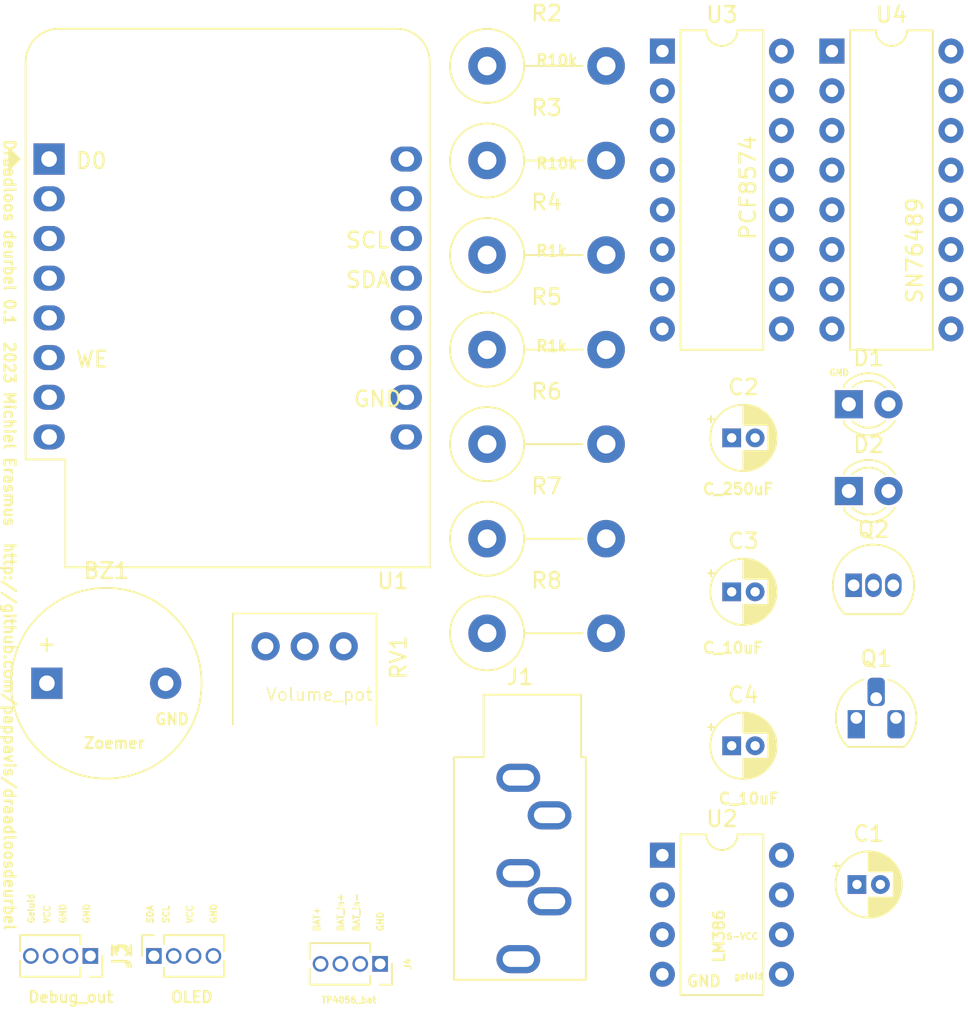
<source format=kicad_pcb>
(kicad_pcb (version 20221018) (generator pcbnew)
  (title_block (title "Deurbel test") (date "2023-03-28"))
  (layers (0 "F.Cu" signal) (31 "B.Cu" signal) (34 "B.Paste" user) (35 "F.Paste" user) (36 "B.SilkS" user "B.Silkscreen") (37 "F.SilkS" user "F.Silkscreen") (38 "B.Mask" user) (39 "F.Mask" user) (44 "Edge.Cuts" user))
  (net 0 "")
  (net 1 "GND")
  (net 2 "/A0")
  (net 3 "Net-(R3-Pad1)")
  (net 4 "Net-(C1-Pad2)")
  (net 5 "/A1")
  (net 6 "Net-(U3-A2)")
  (net 7 "Net-(Q2-E)")
  (net 8 "Net-(J1-PadT)")
  (net 9 "Net-(D1-A)")
  (net 10 "Zoemer")
  (net 11 "Net-(U1-SCK{slash}D5)")
  (net 12 "Net-(D2-A)")
  (net 13 "Net-(D1-K)")
  (net 14 "AudioPlug3_AanUit")
  (net 15 "GeluidAanUit")
  (net 16 "geluid")
  (net 17 "/AUDIO_UIT")
  (net 18 "BAT+")
  (net 19 "Net-(C1-Pad1)")
  (net 20 "Qa")
  (net 21 "Qb")
  (net 22 "Qc")
  (net 23 "Qd")
  (net 24 "Qe")
  (net 25 "Qf")
  (net 26 "Qg")
  (net 27 "Qh")
  (net 29 "SCL")
  (net 30 "SDA")
  (net 32 "WE")
  (net 34 "PWM_CLK")
  (net 35 "DeepSleep")
  (net 41 "/bat_in-")
  (net 42 "/bat_in+")
  (net 43 "Net-(Q1-E)")
  (footprint "Package_DIP:DIP-16_W7.62mm" (layer "F.Cu") (at 165.822 76.722)
    (fp_text reference "U4" (at 3.81 -2.33) (layer "F.SilkS"))
    (fp_text value "SN76489")
    (pad "1" thru_hole rect (at 0 0) (size 1.6 1.6) (drill 0.8) (layers "*.Cu" "*.Mask") (net 22 "Qc"))
    (pad "2" thru_hole oval (at 0 2.54) (size 1.6 1.6) (drill 0.8) (layers "*.Cu" "*.Mask") (net 21 "Qb"))
    (pad "3" thru_hole oval (at 0 5.08) (size 1.6 1.6) (drill 0.8) (layers "*.Cu" "*.Mask") (net 20 "Qa"))
    (pad "4" thru_hole oval (at 0 7.62) (size 1.6 1.6) (drill 0.8) (layers "*.Cu" "*.Mask"))
    (pad "5" thru_hole oval (at 0 10.16) (size 1.6 1.6) (drill 0.8) (layers "*.Cu" "*.Mask") (net 32 "WE"))
    (pad "6" thru_hole oval (at 0 12.7) (size 1.6 1.6) (drill 0.8) (layers "*.Cu" "*.Mask") (net 1 "GND"))
    (pad "7" thru_hole oval (at 0 15.24) (size 1.6 1.6) (drill 0.8) (layers "*.Cu" "*.Mask") (net 16 "geluid"))
    (pad "8" thru_hole oval (at 0 17.78) (size 1.6 1.6) (drill 0.8) (layers "*.Cu" "*.Mask") (net 1 "GND"))
    (pad "9" thru_hole oval (at 7.62 17.78) (size 1.6 1.6) (drill 0.8) (layers "*.Cu" "*.Mask"))
    (pad "10" thru_hole oval (at 7.62 15.24) (size 1.6 1.6) (drill 0.8) (layers "*.Cu" "*.Mask") (net 27 "Qh"))
    (pad "11" thru_hole oval (at 7.62 12.7) (size 1.6 1.6) (drill 0.8) (layers "*.Cu" "*.Mask") (net 26 "Qg"))
    (pad "12" thru_hole oval (at 7.62 10.16) (size 1.6 1.6) (drill 0.8) (layers "*.Cu" "*.Mask") (net 25 "Qf"))
    (pad "13" thru_hole oval (at 7.62 7.62) (size 1.6 1.6) (drill 0.8) (layers "*.Cu" "*.Mask") (net 24 "Qe"))
    (pad "14" thru_hole oval (at 7.62 5.08) (size 1.6 1.6) (drill 0.8) (layers "*.Cu" "*.Mask") (net 34 "PWM_CLK"))
    (pad "15" thru_hole oval (at 7.62 2.54) (size 1.6 1.6) (drill 0.8) (layers "*.Cu" "*.Mask") (net 23 "Qd"))
    (pad "16" thru_hole oval (at 7.62 0) (size 1.6 1.6) (drill 0.8) (layers "*.Cu" "*.Mask") (net 18 "BAT+"))
  )
  (footprint "Resistor_THT:R_Axial_DIN0414_L11.9mm_D4.5mm_P7.62mm_Vertical" (layer "F.Cu") (at 143.752 77.672)
    (fp_text reference "R2" (at 3.81 -3.37) (layer "F.SilkS"))
    (fp_text value "R10k")
    (pad "1" thru_hole circle (at 0 0) (size 2.4 2.4) (drill 1.2) (layers "*.Cu" "*.Mask") (net 1 "GND"))
    (pad "2" thru_hole oval (at 7.62 0) (size 2.4 2.4) (drill 1.2) (layers "*.Cu" "*.Mask") (net 2 "/A0"))
  )
  (footprint "Resistor_THT:R_Axial_DIN0414_L11.9mm_D4.5mm_P7.62mm_Vertical" (layer "F.Cu") (at 143.752 89.772)
    (fp_text reference "R4" (at 3.81 -3.37) (layer "F.SilkS"))
    (fp_text value "R10k")
    (pad "1" thru_hole circle (at 0 0) (size 2.4 2.4) (drill 1.2) (layers "*.Cu" "*.Mask") (net 1 "GND"))
    (pad "2" thru_hole oval (at 7.62 0) (size 2.4 2.4) (drill 1.2) (layers "*.Cu" "*.Mask") (net 5 "/A1"))
  )
  (footprint "Buzzer_Beeper:Buzzer_12x9.5RM7.6" (layer "F.Cu") (at 115.582 117.172)
    (fp_text reference "BZ1" (at 3.8 -7.2) (layer "F.SilkS"))
    (fp_text value "Zoemer")
    (fp_text user "+" (at -0.01 -2.54) (layer "F.SilkS"))
    (pad "1" thru_hole rect (at 0 0) (size 2 2) (drill 1) (layers "*.Cu" "*.Mask") (net 10 "Zoemer"))
    (pad "2" thru_hole circle (at 7.6 0) (size 2 2) (drill 1) (layers "*.Cu" "*.Mask") (net 1 "GND"))
  )
  (footprint "Resistor_THT:R_Axial_DIN0414_L11.9mm_D4.5mm_P7.62mm_Vertical" (layer "F.Cu") (at 143.752 101.872)
    (fp_text reference "R6" (at 3.81 -3.37) (layer "F.SilkS"))
    (fp_text value "R100")
    (pad "1" thru_hole circle (at 0 0) (size 2.4 2.4) (drill 1.2) (layers "*.Cu" "*.Mask") (net 7 "Net-(Q2-E)"))
    (pad "2" thru_hole oval (at 7.62 0) (size 2.4 2.4) (drill 1.2) (layers "*.Cu" "*.Mask") (net 8 "Net-(J1-PadT)"))
  )
  (footprint "Resistor_THT:R_Axial_DIN0414_L11.9mm_D4.5mm_P7.62mm_Vertical" (layer "F.Cu") (at 143.752 113.972)
    (fp_text reference "R8" (at 3.81 -3.37) (layer "F.SilkS"))
    (fp_text value "R1k")
    (pad "1" thru_hole circle (at 0 0) (size 2.4 2.4) (drill 1.2) (layers "*.Cu" "*.Mask") (net 11 "Net-(U1-SCK{slash}D5)"))
    (pad "2" thru_hole oval (at 7.62 0) (size 2.4 2.4) (drill 1.2) (layers "*.Cu" "*.Mask") (net 12 "Net-(D2-A)"))
  )
  (footprint "Capacitor_THT:CP_Radial_D4.0mm_P1.50mm" (layer "F.Cu") (at 159.407 121.172)
    (fp_text reference "C4" (at 0.75 -3.25) (layer "F.SilkS"))
    (fp_text value "0.05uF")
    (pad "1" thru_hole rect (at 0 0) (size 1.2 1.2) (drill 0.6) (layers "*.Cu" "*.Mask") (net 1 "GND"))
    (pad "2" thru_hole circle (at 1.5 0) (size 1.2 1.2) (drill 0.6) (layers "*.Cu" "*.Mask") (net 17 "/AUDIO_UIT"))
  )
  (footprint "Resistor_THT:R_Axial_DIN0414_L11.9mm_D4.5mm_P7.62mm_Vertical" (layer "F.Cu") (at 143.752 95.822)
    (fp_text reference "R5" (at 3.81 -3.37) (layer "F.SilkS"))
    (fp_text value "R10k")
    (pad "1" thru_hole circle (at 0 0) (size 2.4 2.4) (drill 1.2) (layers "*.Cu" "*.Mask") (net 1 "GND"))
    (pad "2" thru_hole oval (at 7.62 0) (size 2.4 2.4) (drill 1.2) (layers "*.Cu" "*.Mask") (net 6 "Net-(U3-A2)"))
  )
  (footprint "Resistor_THT:R_Axial_DIN0414_L11.9mm_D4.5mm_P7.62mm_Vertical" (layer "F.Cu") (at 143.752 107.922)
    (fp_text reference "R7" (at 3.81 -3.37) (layer "F.SilkS"))
    (fp_text value "R100")
    (pad "1" thru_hole circle (at 0 0) (size 2.4 2.4) (drill 1.2) (layers "*.Cu" "*.Mask") (net 9 "Net-(D1-A)"))
    (pad "2" thru_hole oval (at 7.62 0) (size 2.4 2.4) (drill 1.2) (layers "*.Cu" "*.Mask") (net 10 "Zoemer"))
  )
  (footprint "Capacitor_THT:CP_Radial_D4.0mm_P1.50mm" (layer "F.Cu") (at 159.407 111.322)
    (fp_text reference "C3" (at 0.75 -3.25) (layer "F.SilkS"))
    (fp_text value "10uF")
    (pad "1" thru_hole rect (at 0 0) (size 1.2 1.2) (drill 0.6) (layers "*.Cu" "*.Mask") (net 1 "GND"))
    (pad "2" thru_hole circle (at 1.5 0) (size 1.2 1.2) (drill 0.6) (layers "*.Cu" "*.Mask") (net 1 "GND"))
  )
  (footprint "Connector_PinSocket_1.27mm:PinSocket_1x04_P1.27mm_Vertical" (layer "F.Cu") (at 136.906 135.128 -90)
    (fp_text reference "J4" (at 0 -1.778 90) (layer "F.SilkS") (effects (font (size 0.4 0.4) (thickness 0.1))))
    (fp_text value "TP4056_bat")
    (pad "1" thru_hole rect (at 0 0 270) (size 1 1) (drill 0.7) (layers "*.Cu" "*.Mask") (net 1 "GND"))
    (pad "2" thru_hole oval (at 0 1.27 270) (size 1 1) (drill 0.7) (layers "*.Cu" "*.Mask") (net 41 "/bat_in-"))
    (pad "3" thru_hole oval (at 0 2.54 270) (size 1 1) (drill 0.7) (layers "*.Cu" "*.Mask") (net 42 "/bat_in+"))
    (pad "4" thru_hole oval (at 0 3.81 270) (size 1 1) (drill 0.7) (layers "*.Cu" "*.Mask") (net 18 "BAT+"))
  )
  (footprint "Package_TO_SOT_THT:TO-92_Inline" (layer "F.Cu") (at 167.212 110.902)
    (fp_text reference "Q2" (at 1.27 -3.56) (layer "F.SilkS"))
    (fp_text value "BC338")
    (pad "1" thru_hole rect (at 0 0) (size 1.05 1.5) (drill 0.75) (layers "*.Cu" "*.Mask") (net 13 "Net-(D1-K)"))
    (pad "2" thru_hole oval (at 1.27 0) (size 1.05 1.5) (drill 0.75) (layers "*.Cu" "*.Mask") (net 14 "AudioPlug3_AanUit"))
    (pad "3" thru_hole oval (at 2.54 0) (size 1.05 1.5) (drill 0.75) (layers "*.Cu" "*.Mask") (net 7 "Net-(Q2-E)"))
  )
  (footprint "Connector_PinSocket_1.27mm:PinSocket_1x04_P1.27mm_Vertical" (layer "F.Cu") (at 118.364 134.62 -90)
    (fp_text reference "J2" (at 0 -2.135 90) (layer "F.SilkS"))
    (fp_text value "debug_01x04")
    (pad "1" thru_hole rect (at 0 0 270) (size 1 1) (drill 0.7) (layers "*.Cu" "*.Mask") (net 1 "GND"))
    (pad "2" thru_hole oval (at 0 1.27 270) (size 1 1) (drill 0.7) (layers "*.Cu" "*.Mask") (net 1 "GND"))
    (pad "3" thru_hole oval (at 0 2.54 270) (size 1 1) (drill 0.7) (layers "*.Cu" "*.Mask") (net 18 "BAT+"))
    (pad "4" thru_hole oval (at 0 3.81 270) (size 1 1) (drill 0.7) (layers "*.Cu" "*.Mask") (net 16 "geluid"))
  )
  (footprint "Capacitor_THT:CP_Radial_D4.0mm_P1.50mm" (layer "F.Cu") (at 159.407 101.472)
    (fp_text reference "C2" (at 0.75 -3.25) (layer "F.SilkS"))
    (fp_text value "250uF")
    (pad "1" thru_hole rect (at 0 0) (size 1.2 1.2) (drill 0.6) (layers "*.Cu" "*.Mask") (net 17 "/AUDIO_UIT"))
    (pad "2" thru_hole circle (at 1.5 0) (size 1.2 1.2) (drill 0.6) (layers "*.Cu" "*.Mask") (net 17 "/AUDIO_UIT"))
  )
  (footprint "Connector_PinSocket_1.27mm:PinSocket_1x04_P1.27mm_Vertical" (layer "F.Cu") (at 122.428 134.62 90)
    (fp_text reference "J3" (at 0 -2.135 90) (layer "F.SilkS"))
    (fp_text value "I2C_Oled_128X32")
    (pad "1" thru_hole rect (at 0 0 90) (size 1 1) (drill 0.7) (layers "*.Cu" "*.Mask") (net 30 "SDA"))
    (pad "2" thru_hole oval (at 0 1.27 90) (size 1 1) (drill 0.7) (layers "*.Cu" "*.Mask") (net 29 "SCL"))
    (pad "3" thru_hole oval (at 0 2.54 90) (size 1 1) (drill 0.7) (layers "*.Cu" "*.Mask") (net 18 "BAT+"))
    (pad "4" thru_hole oval (at 0 3.81 90) (size 1 1) (drill 0.7) (layers "*.Cu" "*.Mask") (net 1 "GND"))
  )
  (footprint "Package_TO_SOT_THT:TO-92L_HandSolder" (layer "F.Cu") (at 167.386 119.392)
    (fp_text reference "Q1" (at 1.27 -3.8) (layer "F.SilkS"))
    (fp_text value "BC338")
    (pad "1" thru_hole rect (at 0 0) (size 1.1 1.8) (drill 0.75 (offset 0 0.4)) (layers "*.Cu" "*.Mask") (net 43 "Net-(Q1-E)"))
    (pad "2" thru_hole roundrect (at 1.27 -1.27) (size 1.1 1.8) (drill 0.75 (offset 0 -0.4)) (layers "*.Cu" "*.Mask") (net 15 "GeluidAanUit"))
    (pad "3" thru_hole roundrect (at 2.54 0) (size 1.1 1.8) (drill 0.75 (offset 0 0.4)) (layers "*.Cu" "*.Mask") (net 10 "Zoemer"))
  )
  (footprint "Rotary_Encoder:RotaryEncoder_Bourns_Horizontal_PEC09-2xxxF-Nxxxx" (layer "F.Cu") (at 129.58 114.808 -90)
    (fp_text reference "RV1" (at 0.7 -8.5 90) (layer "F.SilkS"))
    (fp_text value "r_pot_vol")
    (pad "A" thru_hole circle (at 0 0 270) (size 1.8 1.8) (drill 1) (layers "*.Cu" "*.Mask"))
    (pad "B" thru_hole circle (at 0 -5 270) (size 1.8 1.8) (drill 1) (layers "*.Cu" "*.Mask"))
    (pad "C" thru_hole circle (at 0 -2.5 270) (size 1.8 1.8) (drill 1) (layers "*.Cu" "*.Mask"))
  )
  (footprint "Capacitor_THT:CP_Radial_D4.0mm_P1.50mm" (layer "F.Cu") (at 167.425401 130.048)
    (fp_text reference "C1" (at 0.75 -3.25) (layer "F.SilkS"))
    (fp_text value "0.05uF")
    (pad "1" thru_hole rect (at 0 0) (size 1.2 1.2) (drill 0.6) (layers "*.Cu" "*.Mask") (net 19 "Net-(C1-Pad1)"))
    (pad "2" thru_hole circle (at 1.5 0) (size 1.2 1.2) (drill 0.6) (layers "*.Cu" "*.Mask") (net 4 "Net-(C1-Pad2)"))
  )
  (footprint "Connector_Audio:Jack_3.5mm_CUI_SJ1-3535NG_Horizontal" (layer "F.Cu") (at 145.752 123.222)
    (fp_text reference "J1" (at 0.1 -6.45) (layer "F.SilkS"))
    (fp_text value "AudioPlug3")
    (pad "R" thru_hole oval (at 2 7.9) (size 2.8 1.8) (drill oval 2 1) (layers "*.Cu" "*.Mask") (net 16 "geluid"))
    (pad "RN" thru_hole oval (at 0 6.1) (size 2.8 1.8) (drill oval 2 1) (layers "*.Cu" "*.Mask"))
    (pad "S" thru_hole oval (at 0 0) (size 2.8 1.8) (drill oval 2 1) (layers "*.Cu" "*.Mask") (net 1 "GND"))
    (pad "T" thru_hole oval (at 2 2.4) (size 2.8 1.8) (drill oval 2 1) (layers "*.Cu" "*.Mask") (net 8 "Net-(J1-PadT)"))
    (pad "TN" thru_hole oval (at 0 11.6) (size 2.8 1.8) (drill oval 2 1) (layers "*.Cu" "*.Mask"))
  )
  (footprint "Package_DIP:DIP-8_W7.62mm" (layer "F.Cu") (at 154.972 128.172)
    (fp_text reference "U2" (at 3.81 -2.33) (layer "F.SilkS"))
    (fp_text value "LM386")
    (pad "1" thru_hole rect (at 0 0) (size 1.6 1.6) (drill 0.8) (layers "*.Cu" "*.Mask") (net 3 "Net-(R3-Pad1)"))
    (pad "2" thru_hole oval (at 0 2.54) (size 1.6 1.6) (drill 0.8) (layers "*.Cu" "*.Mask") (net 1 "GND"))
    (pad "3" thru_hole oval (at 0 5.08) (size 1.6 1.6) (drill 0.8) (layers "*.Cu" "*.Mask") (net 16 "geluid"))
    (pad "4" thru_hole oval (at 0 7.62) (size 1.6 1.6) (drill 0.8) (layers "*.Cu" "*.Mask") (net 1 "GND"))
    (pad "5" thru_hole oval (at 7.62 7.62) (size 1.6 1.6) (drill 0.8) (layers "*.Cu" "*.Mask") (net 17 "/AUDIO_UIT"))
    (pad "6" thru_hole oval (at 7.62 5.08) (size 1.6 1.6) (drill 0.8) (layers "*.Cu" "*.Mask") (net 18 "BAT+"))
    (pad "7" thru_hole oval (at 7.62 2.54) (size 1.6 1.6) (drill 0.8) (layers "*.Cu" "*.Mask") (net 1 "GND"))
    (pad "8" thru_hole oval (at 7.62 0) (size 1.6 1.6) (drill 0.8) (layers "*.Cu" "*.Mask") (net 19 "Net-(C1-Pad1)"))
  )
  (footprint "Resistor_THT:R_Axial_DIN0414_L11.9mm_D4.5mm_P7.62mm_Vertical" (layer "F.Cu") (at 143.752 83.722)
    (fp_text reference "R3" (at 3.81 -3.37) (layer "F.SilkS"))
    (fp_text value "R1k")
    (pad "1" thru_hole circle (at 0 0) (size 2.4 2.4) (drill 1.2) (layers "*.Cu" "*.Mask") (net 3 "Net-(R3-Pad1)"))
    (pad "2" thru_hole oval (at 7.62 0) (size 2.4 2.4) (drill 1.2) (layers "*.Cu" "*.Mask") (net 4 "Net-(C1-Pad2)"))
  )
  (footprint "LED_THT:LED_D3.0mm" (layer "F.Cu") (at 166.902 99.322)
    (fp_text reference "D1" (at 1.27 -2.96) (layer "F.SilkS"))
    (fp_text value "LED")
    (pad "1" thru_hole rect (at 0 0) (size 1.8 1.8) (drill 0.9) (layers "*.Cu" "*.Mask") (net 13 "Net-(D1-K)"))
    (pad "2" thru_hole circle (at 2.54 0) (size 1.8 1.8) (drill 0.9) (layers "*.Cu" "*.Mask") (net 9 "Net-(D1-A)"))
  )
  (footprint "Package_DIP:DIP-16_W7.62mm" (layer "F.Cu") (at 154.972 76.722)
    (fp_text reference "U3" (at 3.81 -2.33) (layer "F.SilkS"))
    (fp_text value "PCF8574")
    (pad "1" thru_hole rect (at 0 0) (size 1.6 1.6) (drill 0.8) (layers "*.Cu" "*.Mask") (net 2 "/A0"))
    (pad "2" thru_hole oval (at 0 2.54) (size 1.6 1.6) (drill 0.8) (layers "*.Cu" "*.Mask") (net 5 "/A1"))
    (pad "3" thru_hole oval (at 0 5.08) (size 1.6 1.6) (drill 0.8) (layers "*.Cu" "*.Mask") (net 6 "Net-(U3-A2)"))
    (pad "4" thru_hole oval (at 0 7.62) (size 1.6 1.6) (drill 0.8) (layers "*.Cu" "*.Mask") (net 20 "Qa"))
    (pad "5" thru_hole oval (at 0 10.16) (size 1.6 1.6) (drill 0.8) (layers "*.Cu" "*.Mask") (net 21 "Qb"))
    (pad "6" thru_hole oval (at 0 12.7) (size 1.6 1.6) (drill 0.8) (layers "*.Cu" "*.Mask") (net 22 "Qc"))
    (pad "7" thru_hole oval (at 0 15.24) (size 1.6 1.6) (drill 0.8) (layers "*.Cu" "*.Mask") (net 23 "Qd"))
    (pad "8" thru_hole oval (at 0 17.78) (size 1.6 1.6) (drill 0.8) (layers "*.Cu" "*.Mask") (net 1 "GND"))
    (pad "9" thru_hole oval (at 7.62 17.78) (size 1.6 1.6) (drill 0.8) (layers "*.Cu" "*.Mask") (net 24 "Qe"))
    (pad "10" thru_hole oval (at 7.62 15.24) (size 1.6 1.6) (drill 0.8) (layers "*.Cu" "*.Mask") (net 25 "Qf"))
    (pad "11" thru_hole oval (at 7.62 12.7) (size 1.6 1.6) (drill 0.8) (layers "*.Cu" "*.Mask") (net 26 "Qg"))
    (pad "12" thru_hole oval (at 7.62 10.16) (size 1.6 1.6) (drill 0.8) (layers "*.Cu" "*.Mask") (net 27 "Qh"))
    (pad "13" thru_hole oval (at 7.62 7.62) (size 1.6 1.6) (drill 0.8) (layers "*.Cu" "*.Mask"))
    (pad "14" thru_hole oval (at 7.62 5.08) (size 1.6 1.6) (drill 0.8) (layers "*.Cu" "*.Mask") (net 29 "SCL"))
    (pad "15" thru_hole oval (at 7.62 2.54) (size 1.6 1.6) (drill 0.8) (layers "*.Cu" "*.Mask") (net 30 "SDA"))
    (pad "16" thru_hole oval (at 7.62 0) (size 1.6 1.6) (drill 0.8) (layers "*.Cu" "*.Mask") (net 18 "BAT+"))
  )
  (footprint "LED_THT:LED_D3.0mm" (layer "F.Cu") (at 166.902 104.872)
    (fp_text reference "D2" (at 1.27 -2.96) (layer "F.SilkS"))
    (fp_text value "Status_LED")
    (pad "1" thru_hole rect (at 0 0) (size 1.8 1.8) (drill 0.9) (layers "*.Cu" "*.Mask") (net 1 "GND"))
    (pad "2" thru_hole circle (at 2.54 0) (size 1.8 1.8) (drill 0.9) (layers "*.Cu" "*.Mask") (net 12 "Net-(D2-A)"))
  )
  (footprint "Module:WEMOS_D1_mini_light" (layer "F.Cu") (at 115.722 83.632)
    (fp_text reference "U1" (at 22 27) (layer "F.SilkS"))
    (fp_text value "WeMos_D1_mini")
    (pad "1" thru_hole rect (at 0 0) (size 2 2) (drill 1) (layers "*.Cu" "*.Mask") (net 35 "DeepSleep"))
    (pad "2" thru_hole oval (at 0 2.54) (size 2 1.6) (drill 1) (layers "*.Cu" "*.Mask") (net 34 "PWM_CLK"))
    (pad "3" thru_hole oval (at 0 5.08) (size 2 1.6) (drill 1) (layers "*.Cu" "*.Mask") (net 35 "DeepSleep"))
    (pad "4" thru_hole oval (at 0 7.62) (size 2 1.6) (drill 1) (layers "*.Cu" "*.Mask") (net 11 "Net-(U1-SCK{slash}D5)"))
    (pad "5" thru_hole oval (at 0 10.16) (size 2 1.6) (drill 1) (layers "*.Cu" "*.Mask"))
    (pad "6" thru_hole oval (at 0 12.7) (size 2 1.6) (drill 1) (layers "*.Cu" "*.Mask") (net 32 "WE"))
    (pad "7" thru_hole oval (at 0 15.24) (size 2 1.6) (drill 1) (layers "*.Cu" "*.Mask"))
    (pad "8" thru_hole oval (at 0 17.78) (size 2 1.6) (drill 1) (layers "*.Cu" "*.Mask"))
    (pad "9" thru_hole oval (at 22.86 17.78) (size 2 1.6) (drill 1) (layers "*.Cu" "*.Mask") (net 18 "BAT+"))
    (pad "10" thru_hole oval (at 22.86 15.24) (size 2 1.6) (drill 1) (layers "*.Cu" "*.Mask") (net 1 "GND"))
    (pad "11" thru_hole oval (at 22.86 12.7) (size 2 1.6) (drill 1) (layers "*.Cu" "*.Mask") (net 15 "GeluidAanUit"))
    (pad "12" thru_hole oval (at 22.86 10.16) (size 2 1.6) (drill 1) (layers "*.Cu" "*.Mask") (net 14 "AudioPlug3_AanUit"))
    (pad "13" thru_hole oval (at 22.86 7.62) (size 2 1.6) (drill 1) (layers "*.Cu" "*.Mask") (net 30 "SDA"))
    (pad "14" thru_hole oval (at 22.86 5.08) (size 2 1.6) (drill 1) (layers "*.Cu" "*.Mask") (net 29 "SCL"))
    (pad "15" thru_hole oval (at 22.86 2.54) (size 2 1.6) (drill 1) (layers "*.Cu" "*.Mask"))
    (pad "16" thru_hole oval (at 22.86 0) (size 2 1.6) (drill 1) (layers "*.Cu" "*.Mask"))
  )
  (gr_text "SDA\n" (at 134.62 91.948) (layer "F.SilkS") (effects (font (size 1 1)) (justify left bottom)))
  (gr_text "GND" (at 165.608 97.536) (layer "F.SilkS") (effects (font (size 0.4 0.4) (thickness 0.1)) (justify left bottom)))
  (gr_text "BAT_in+" (at 134.62 133.096 90) (layer "F.SilkS") (effects (font (size 0.4 0.4) (thickness 0.1)) (justify left bottom)))
  (gr_text "D0" (at 117.348 84.328) (layer "F.SilkS") (effects (font (size 1 1)) (justify left bottom)))
  (gr_text "BAT+" (at 133.096 133.096 90) (layer "F.SilkS") (effects (font (size 0.4 0.4) (thickness 0.1)) (justify left bottom)))
  (gr_text "LM386" (at 159.004 135.128 90) (layer "F.SilkS") (effects (font (size 0.7 0.7)) (justify left bottom)))
  (gr_text "Zoemer" (at 117.856 121.412) (layer "F.SilkS") (effects (font (size 0.7 0.7)) (justify left bottom)))
  (gr_text "BAT_in-" (at 135.636 133.096 90) (layer "F.SilkS") (effects (font (size 0.4 0.4) (thickness 0.1)) (justify left bottom)))
  (gr_text "R10k" (at 146.812 84.328) (layer "F.SilkS") (effects (font (size 0.7 0.7)) (justify left bottom)))
  (gr_text "R1k" (at 146.812 89.916) (layer "F.SilkS") (effects (font (size 0.7 0.7)) (justify left bottom)))
  (gr_text "GND" (at 122.428 119.888) (layer "F.SilkS") (effects (font (size 0.7 0.7)) (justify left bottom)))
  (gr_text "Debug_out" (at 114.3 137.668) (layer "F.SilkS") (effects (font (size 0.7 0.7)) (justify left bottom)))
  (gr_text "OLED" (at 123.444 137.668) (layer "F.SilkS") (effects (font (size 0.7 0.7)) (justify left bottom)))
  (gr_text "GND" (at 118.364 132.588 90) (layer "F.SilkS") (effects (font (size 0.4 0.4) (thickness 0.1)) (justify left bottom)))
  (gr_text "Draadloos deurbel 0.1  2023 Michiel Erasmus  http://github.com/pappavis/draadloosdeurbel" (at 112.776 82.296 -90) (layer "F.SilkS") (effects (font (size 0.7 0.7)) (justify left bottom)))
  (gr_text "VCC" (at 124.968 132.588 90) (layer "F.SilkS") (effects (font (size 0.4 0.4) (thickness 0.1)) (justify left bottom)))
  (gr_text "C_250uF" (at 157.48 105.156) (layer "F.SilkS") (effects (font (size 0.7 0.7)) (justify left bottom)))
  (gr_text "TP4056_bat" (at 133.096 137.668) (layer "F.SilkS") (effects (font (size 0.4 0.4) (thickness 0.1)) (justify left bottom)))
  (gr_text "SCL" (at 123.444 132.588 90) (layer "F.SilkS") (effects (font (size 0.4 0.4) (thickness 0.1)) (justify left bottom)))
  (gr_text "R1k" (at 146.812 96.012) (layer "F.SilkS") (effects (font (size 0.7 0.7)) (justify left bottom)))
  (gr_text "C_10uF" (at 158.496 124.968) (layer "F.SilkS") (effects (font (size 0.7 0.7)) (justify left bottom)))
  (gr_text "GND" (at 126.492 132.588 90) (layer "F.SilkS") (effects (font (size 0.4 0.4) (thickness 0.1)) (justify left bottom)))
  (gr_text "SN76489" (at 171.704 92.964 90) (layer "F.SilkS") (effects (font (size 1 1)) (justify left bottom)))
  (gr_text "PCF8574" (at 161.036 88.9 90) (layer "F.SilkS") (effects (font (size 1 1)) (justify left bottom)))
  (gr_text "C_10uF" (at 157.48 115.316) (layer "F.SilkS") (effects (font (size 0.7 0.7)) (justify left bottom)))
  (gr_text "Geluid" (at 114.808 132.588 90) (layer "F.SilkS") (effects (font (size 0.4 0.4) (thickness 0.1)) (justify left bottom)))
  (gr_text "GND" (at 156.464 136.652) (layer "F.SilkS") (effects (font (size 0.7 0.7)) (justify left bottom)))
  (gr_text "SCL" (at 134.62 89.408) (layer "F.SilkS") (effects (font (size 1 1)) (justify left bottom)))
  (gr_text "VCC" (at 115.824 132.588 90) (layer "F.SilkS") (effects (font (size 0.4 0.4) (thickness 0.1)) (justify left bottom)))
  (gr_text "Volume_pot" (at 129.54 118.364) (layer "F.SilkS") (effects (font (size 0.8 0.8) (thickness 0.1)) (justify left bottom)))
  (gr_text "GND" (at 137.16 133.096 90) (layer "F.SilkS") (effects (font (size 0.4 0.4) (thickness 0.1)) (justify left bottom)))
  (gr_text "WE" (at 117.348 97.028) (layer "F.SilkS") (effects (font (size 1 1)) (justify left bottom)))
  (gr_text "GND" (at 135.128 99.568) (layer "F.SilkS") (effects (font (size 1 1)) (justify left bottom)))
  (gr_text "SDA" (at 122.428 132.588 90) (layer "F.SilkS") (effects (font (size 0.4 0.4) (thickness 0.1)) (justify left bottom)))
  (gr_text "R10k" (at 146.812 77.724) (layer "F.SilkS") (effects (font (size 0.7 0.7)) (justify left bottom)))
  (gr_text "geluid" (at 159.512 136.144) (layer "F.SilkS") (effects (font (size 0.4 0.4) (thickness 0.1)) (justify left bottom)))
  (gr_text "GND" (at 116.84 132.588 90) (layer "F.SilkS") (effects (font (size 0.4 0.4) (thickness 0.1)) (justify left bottom)))
  (gr_text "6-VCC" (at 159.004 133.604) (layer "F.SilkS") (effects (font (size 0.4 0.4) (thickness 0.1)) (justify left bottom)))
)
</source>
